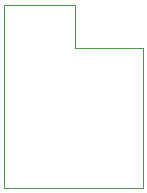
<source format=gm1>
G04 #@! TF.FileFunction,Profile,NP*
%FSLAX46Y46*%
G04 Gerber Fmt 4.6, Leading zero omitted, Abs format (unit mm)*
G04 Created by KiCad (PCBNEW 4.0.4-stable) date Monday 13 March 2017 'à' 21:28:35*
%MOMM*%
%LPD*%
G01*
G04 APERTURE LIST*
%ADD10C,0.100000*%
G04 APERTURE END LIST*
D10*
X59400000Y-30500000D02*
X59400000Y-34200000D01*
X53400000Y-30500000D02*
X59400000Y-30500000D01*
X53400000Y-46000000D02*
X53400000Y-30500000D01*
X65200000Y-46000000D02*
X53400000Y-46000000D01*
X65200000Y-34200000D02*
X65200000Y-46000000D01*
X59400000Y-34200000D02*
X65200000Y-34200000D01*
M02*

</source>
